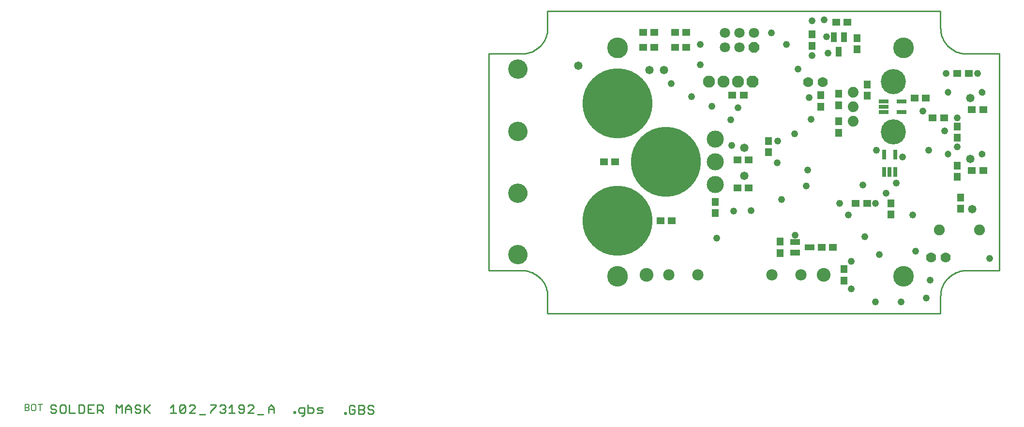
<source format=gbs>
G75*
%MOIN*%
%OFA0B0*%
%FSLAX24Y24*%
%IPPOS*%
%LPD*%
%AMOC8*
5,1,8,0,0,1.08239X$1,22.5*
%
%ADD10C,0.0000*%
%ADD11C,0.1330*%
%ADD12R,0.0474X0.0530*%
%ADD13OC8,0.0710*%
%ADD14C,0.0710*%
%ADD15R,0.0430X0.0680*%
%ADD16R,0.0530X0.0474*%
%ADD17C,0.0100*%
%ADD18C,0.1419*%
%ADD19C,0.0740*%
%ADD20C,0.1730*%
%ADD21R,0.0680X0.0430*%
%ADD22C,0.0950*%
%ADD23C,0.0474*%
%ADD24C,0.4830*%
%ADD25C,0.0700*%
%ADD26C,0.0110*%
%ADD27C,0.0080*%
%ADD28C,0.1180*%
%ADD29R,0.0671X0.0316*%
%ADD30R,0.0316X0.0671*%
%ADD31OC8,0.0830*%
%ADD32C,0.0830*%
%ADD33C,0.0580*%
%ADD34C,0.0749*%
%ADD35C,0.0480*%
%ADD36C,0.0780*%
D10*
X041535Y024050D02*
X041537Y024100D01*
X041543Y024149D01*
X041553Y024198D01*
X041566Y024245D01*
X041584Y024292D01*
X041605Y024337D01*
X041629Y024380D01*
X041657Y024421D01*
X041688Y024460D01*
X041722Y024496D01*
X041759Y024530D01*
X041799Y024560D01*
X041840Y024587D01*
X041884Y024611D01*
X041929Y024631D01*
X041976Y024647D01*
X042024Y024660D01*
X042073Y024669D01*
X042123Y024674D01*
X042172Y024675D01*
X042222Y024672D01*
X042271Y024665D01*
X042320Y024654D01*
X042367Y024640D01*
X042413Y024621D01*
X042458Y024599D01*
X042501Y024574D01*
X042541Y024545D01*
X042579Y024513D01*
X042615Y024479D01*
X042648Y024441D01*
X042677Y024401D01*
X042703Y024359D01*
X042726Y024315D01*
X042745Y024269D01*
X042761Y024222D01*
X042773Y024173D01*
X042781Y024124D01*
X042785Y024075D01*
X042785Y024025D01*
X042781Y023976D01*
X042773Y023927D01*
X042761Y023878D01*
X042745Y023831D01*
X042726Y023785D01*
X042703Y023741D01*
X042677Y023699D01*
X042648Y023659D01*
X042615Y023621D01*
X042579Y023587D01*
X042541Y023555D01*
X042501Y023526D01*
X042458Y023501D01*
X042413Y023479D01*
X042367Y023460D01*
X042320Y023446D01*
X042271Y023435D01*
X042222Y023428D01*
X042172Y023425D01*
X042123Y023426D01*
X042073Y023431D01*
X042024Y023440D01*
X041976Y023453D01*
X041929Y023469D01*
X041884Y023489D01*
X041840Y023513D01*
X041799Y023540D01*
X041759Y023570D01*
X041722Y023604D01*
X041688Y023640D01*
X041657Y023679D01*
X041629Y023720D01*
X041605Y023763D01*
X041584Y023808D01*
X041566Y023855D01*
X041553Y023902D01*
X041543Y023951D01*
X041537Y024000D01*
X041535Y024050D01*
X041535Y028300D02*
X041537Y028350D01*
X041543Y028399D01*
X041553Y028448D01*
X041566Y028495D01*
X041584Y028542D01*
X041605Y028587D01*
X041629Y028630D01*
X041657Y028671D01*
X041688Y028710D01*
X041722Y028746D01*
X041759Y028780D01*
X041799Y028810D01*
X041840Y028837D01*
X041884Y028861D01*
X041929Y028881D01*
X041976Y028897D01*
X042024Y028910D01*
X042073Y028919D01*
X042123Y028924D01*
X042172Y028925D01*
X042222Y028922D01*
X042271Y028915D01*
X042320Y028904D01*
X042367Y028890D01*
X042413Y028871D01*
X042458Y028849D01*
X042501Y028824D01*
X042541Y028795D01*
X042579Y028763D01*
X042615Y028729D01*
X042648Y028691D01*
X042677Y028651D01*
X042703Y028609D01*
X042726Y028565D01*
X042745Y028519D01*
X042761Y028472D01*
X042773Y028423D01*
X042781Y028374D01*
X042785Y028325D01*
X042785Y028275D01*
X042781Y028226D01*
X042773Y028177D01*
X042761Y028128D01*
X042745Y028081D01*
X042726Y028035D01*
X042703Y027991D01*
X042677Y027949D01*
X042648Y027909D01*
X042615Y027871D01*
X042579Y027837D01*
X042541Y027805D01*
X042501Y027776D01*
X042458Y027751D01*
X042413Y027729D01*
X042367Y027710D01*
X042320Y027696D01*
X042271Y027685D01*
X042222Y027678D01*
X042172Y027675D01*
X042123Y027676D01*
X042073Y027681D01*
X042024Y027690D01*
X041976Y027703D01*
X041929Y027719D01*
X041884Y027739D01*
X041840Y027763D01*
X041799Y027790D01*
X041759Y027820D01*
X041722Y027854D01*
X041688Y027890D01*
X041657Y027929D01*
X041629Y027970D01*
X041605Y028013D01*
X041584Y028058D01*
X041566Y028105D01*
X041553Y028152D01*
X041543Y028201D01*
X041537Y028250D01*
X041535Y028300D01*
X041535Y032550D02*
X041537Y032600D01*
X041543Y032649D01*
X041553Y032698D01*
X041566Y032745D01*
X041584Y032792D01*
X041605Y032837D01*
X041629Y032880D01*
X041657Y032921D01*
X041688Y032960D01*
X041722Y032996D01*
X041759Y033030D01*
X041799Y033060D01*
X041840Y033087D01*
X041884Y033111D01*
X041929Y033131D01*
X041976Y033147D01*
X042024Y033160D01*
X042073Y033169D01*
X042123Y033174D01*
X042172Y033175D01*
X042222Y033172D01*
X042271Y033165D01*
X042320Y033154D01*
X042367Y033140D01*
X042413Y033121D01*
X042458Y033099D01*
X042501Y033074D01*
X042541Y033045D01*
X042579Y033013D01*
X042615Y032979D01*
X042648Y032941D01*
X042677Y032901D01*
X042703Y032859D01*
X042726Y032815D01*
X042745Y032769D01*
X042761Y032722D01*
X042773Y032673D01*
X042781Y032624D01*
X042785Y032575D01*
X042785Y032525D01*
X042781Y032476D01*
X042773Y032427D01*
X042761Y032378D01*
X042745Y032331D01*
X042726Y032285D01*
X042703Y032241D01*
X042677Y032199D01*
X042648Y032159D01*
X042615Y032121D01*
X042579Y032087D01*
X042541Y032055D01*
X042501Y032026D01*
X042458Y032001D01*
X042413Y031979D01*
X042367Y031960D01*
X042320Y031946D01*
X042271Y031935D01*
X042222Y031928D01*
X042172Y031925D01*
X042123Y031926D01*
X042073Y031931D01*
X042024Y031940D01*
X041976Y031953D01*
X041929Y031969D01*
X041884Y031989D01*
X041840Y032013D01*
X041799Y032040D01*
X041759Y032070D01*
X041722Y032104D01*
X041688Y032140D01*
X041657Y032179D01*
X041629Y032220D01*
X041605Y032263D01*
X041584Y032308D01*
X041566Y032355D01*
X041553Y032402D01*
X041543Y032451D01*
X041537Y032500D01*
X041535Y032550D01*
X041535Y036850D02*
X041537Y036900D01*
X041543Y036949D01*
X041553Y036998D01*
X041566Y037045D01*
X041584Y037092D01*
X041605Y037137D01*
X041629Y037180D01*
X041657Y037221D01*
X041688Y037260D01*
X041722Y037296D01*
X041759Y037330D01*
X041799Y037360D01*
X041840Y037387D01*
X041884Y037411D01*
X041929Y037431D01*
X041976Y037447D01*
X042024Y037460D01*
X042073Y037469D01*
X042123Y037474D01*
X042172Y037475D01*
X042222Y037472D01*
X042271Y037465D01*
X042320Y037454D01*
X042367Y037440D01*
X042413Y037421D01*
X042458Y037399D01*
X042501Y037374D01*
X042541Y037345D01*
X042579Y037313D01*
X042615Y037279D01*
X042648Y037241D01*
X042677Y037201D01*
X042703Y037159D01*
X042726Y037115D01*
X042745Y037069D01*
X042761Y037022D01*
X042773Y036973D01*
X042781Y036924D01*
X042785Y036875D01*
X042785Y036825D01*
X042781Y036776D01*
X042773Y036727D01*
X042761Y036678D01*
X042745Y036631D01*
X042726Y036585D01*
X042703Y036541D01*
X042677Y036499D01*
X042648Y036459D01*
X042615Y036421D01*
X042579Y036387D01*
X042541Y036355D01*
X042501Y036326D01*
X042458Y036301D01*
X042413Y036279D01*
X042367Y036260D01*
X042320Y036246D01*
X042271Y036235D01*
X042222Y036228D01*
X042172Y036225D01*
X042123Y036226D01*
X042073Y036231D01*
X042024Y036240D01*
X041976Y036253D01*
X041929Y036269D01*
X041884Y036289D01*
X041840Y036313D01*
X041799Y036340D01*
X041759Y036370D01*
X041722Y036404D01*
X041688Y036440D01*
X041657Y036479D01*
X041629Y036520D01*
X041605Y036563D01*
X041584Y036608D01*
X041566Y036655D01*
X041553Y036702D01*
X041543Y036751D01*
X041537Y036800D01*
X041535Y036850D01*
X048349Y038307D02*
X048351Y038358D01*
X048357Y038409D01*
X048367Y038459D01*
X048380Y038509D01*
X048398Y038557D01*
X048418Y038604D01*
X048443Y038649D01*
X048471Y038692D01*
X048502Y038733D01*
X048536Y038771D01*
X048573Y038806D01*
X048612Y038839D01*
X048654Y038869D01*
X048698Y038895D01*
X048744Y038917D01*
X048792Y038937D01*
X048841Y038952D01*
X048891Y038964D01*
X048941Y038972D01*
X048992Y038976D01*
X049044Y038976D01*
X049095Y038972D01*
X049145Y038964D01*
X049195Y038952D01*
X049244Y038937D01*
X049292Y038917D01*
X049338Y038895D01*
X049382Y038869D01*
X049424Y038839D01*
X049463Y038806D01*
X049500Y038771D01*
X049534Y038733D01*
X049565Y038692D01*
X049593Y038649D01*
X049618Y038604D01*
X049638Y038557D01*
X049656Y038509D01*
X049669Y038459D01*
X049679Y038409D01*
X049685Y038358D01*
X049687Y038307D01*
X049685Y038256D01*
X049679Y038205D01*
X049669Y038155D01*
X049656Y038105D01*
X049638Y038057D01*
X049618Y038010D01*
X049593Y037965D01*
X049565Y037922D01*
X049534Y037881D01*
X049500Y037843D01*
X049463Y037808D01*
X049424Y037775D01*
X049382Y037745D01*
X049338Y037719D01*
X049292Y037697D01*
X049244Y037677D01*
X049195Y037662D01*
X049145Y037650D01*
X049095Y037642D01*
X049044Y037638D01*
X048992Y037638D01*
X048941Y037642D01*
X048891Y037650D01*
X048841Y037662D01*
X048792Y037677D01*
X048744Y037697D01*
X048698Y037719D01*
X048654Y037745D01*
X048612Y037775D01*
X048573Y037808D01*
X048536Y037843D01*
X048502Y037881D01*
X048471Y037922D01*
X048443Y037965D01*
X048418Y038010D01*
X048398Y038057D01*
X048380Y038105D01*
X048367Y038155D01*
X048357Y038205D01*
X048351Y038256D01*
X048349Y038307D01*
X068034Y038307D02*
X068036Y038358D01*
X068042Y038409D01*
X068052Y038459D01*
X068065Y038509D01*
X068083Y038557D01*
X068103Y038604D01*
X068128Y038649D01*
X068156Y038692D01*
X068187Y038733D01*
X068221Y038771D01*
X068258Y038806D01*
X068297Y038839D01*
X068339Y038869D01*
X068383Y038895D01*
X068429Y038917D01*
X068477Y038937D01*
X068526Y038952D01*
X068576Y038964D01*
X068626Y038972D01*
X068677Y038976D01*
X068729Y038976D01*
X068780Y038972D01*
X068830Y038964D01*
X068880Y038952D01*
X068929Y038937D01*
X068977Y038917D01*
X069023Y038895D01*
X069067Y038869D01*
X069109Y038839D01*
X069148Y038806D01*
X069185Y038771D01*
X069219Y038733D01*
X069250Y038692D01*
X069278Y038649D01*
X069303Y038604D01*
X069323Y038557D01*
X069341Y038509D01*
X069354Y038459D01*
X069364Y038409D01*
X069370Y038358D01*
X069372Y038307D01*
X069370Y038256D01*
X069364Y038205D01*
X069354Y038155D01*
X069341Y038105D01*
X069323Y038057D01*
X069303Y038010D01*
X069278Y037965D01*
X069250Y037922D01*
X069219Y037881D01*
X069185Y037843D01*
X069148Y037808D01*
X069109Y037775D01*
X069067Y037745D01*
X069023Y037719D01*
X068977Y037697D01*
X068929Y037677D01*
X068880Y037662D01*
X068830Y037650D01*
X068780Y037642D01*
X068729Y037638D01*
X068677Y037638D01*
X068626Y037642D01*
X068576Y037650D01*
X068526Y037662D01*
X068477Y037677D01*
X068429Y037697D01*
X068383Y037719D01*
X068339Y037745D01*
X068297Y037775D01*
X068258Y037808D01*
X068221Y037843D01*
X068187Y037881D01*
X068156Y037922D01*
X068128Y037965D01*
X068103Y038010D01*
X068083Y038057D01*
X068065Y038105D01*
X068052Y038155D01*
X068042Y038205D01*
X068036Y038256D01*
X068034Y038307D01*
X071570Y035250D02*
X071572Y035277D01*
X071578Y035304D01*
X071587Y035330D01*
X071600Y035354D01*
X071616Y035377D01*
X071635Y035396D01*
X071657Y035413D01*
X071681Y035427D01*
X071706Y035437D01*
X071733Y035444D01*
X071760Y035447D01*
X071788Y035446D01*
X071815Y035441D01*
X071841Y035433D01*
X071865Y035421D01*
X071888Y035405D01*
X071909Y035387D01*
X071926Y035366D01*
X071941Y035342D01*
X071952Y035317D01*
X071960Y035291D01*
X071964Y035264D01*
X071964Y035236D01*
X071960Y035209D01*
X071952Y035183D01*
X071941Y035158D01*
X071926Y035134D01*
X071909Y035113D01*
X071888Y035095D01*
X071866Y035079D01*
X071841Y035067D01*
X071815Y035059D01*
X071788Y035054D01*
X071760Y035053D01*
X071733Y035056D01*
X071706Y035063D01*
X071681Y035073D01*
X071657Y035087D01*
X071635Y035104D01*
X071616Y035123D01*
X071600Y035146D01*
X071587Y035170D01*
X071578Y035196D01*
X071572Y035223D01*
X071570Y035250D01*
X073932Y035250D02*
X073934Y035277D01*
X073940Y035304D01*
X073949Y035330D01*
X073962Y035354D01*
X073978Y035377D01*
X073997Y035396D01*
X074019Y035413D01*
X074043Y035427D01*
X074068Y035437D01*
X074095Y035444D01*
X074122Y035447D01*
X074150Y035446D01*
X074177Y035441D01*
X074203Y035433D01*
X074227Y035421D01*
X074250Y035405D01*
X074271Y035387D01*
X074288Y035366D01*
X074303Y035342D01*
X074314Y035317D01*
X074322Y035291D01*
X074326Y035264D01*
X074326Y035236D01*
X074322Y035209D01*
X074314Y035183D01*
X074303Y035158D01*
X074288Y035134D01*
X074271Y035113D01*
X074250Y035095D01*
X074228Y035079D01*
X074203Y035067D01*
X074177Y035059D01*
X074150Y035054D01*
X074122Y035053D01*
X074095Y035056D01*
X074068Y035063D01*
X074043Y035073D01*
X074019Y035087D01*
X073997Y035104D01*
X073978Y035123D01*
X073962Y035146D01*
X073949Y035170D01*
X073940Y035196D01*
X073934Y035223D01*
X073932Y035250D01*
X073932Y031000D02*
X073934Y031027D01*
X073940Y031054D01*
X073949Y031080D01*
X073962Y031104D01*
X073978Y031127D01*
X073997Y031146D01*
X074019Y031163D01*
X074043Y031177D01*
X074068Y031187D01*
X074095Y031194D01*
X074122Y031197D01*
X074150Y031196D01*
X074177Y031191D01*
X074203Y031183D01*
X074227Y031171D01*
X074250Y031155D01*
X074271Y031137D01*
X074288Y031116D01*
X074303Y031092D01*
X074314Y031067D01*
X074322Y031041D01*
X074326Y031014D01*
X074326Y030986D01*
X074322Y030959D01*
X074314Y030933D01*
X074303Y030908D01*
X074288Y030884D01*
X074271Y030863D01*
X074250Y030845D01*
X074228Y030829D01*
X074203Y030817D01*
X074177Y030809D01*
X074150Y030804D01*
X074122Y030803D01*
X074095Y030806D01*
X074068Y030813D01*
X074043Y030823D01*
X074019Y030837D01*
X073997Y030854D01*
X073978Y030873D01*
X073962Y030896D01*
X073949Y030920D01*
X073940Y030946D01*
X073934Y030973D01*
X073932Y031000D01*
X071570Y031000D02*
X071572Y031027D01*
X071578Y031054D01*
X071587Y031080D01*
X071600Y031104D01*
X071616Y031127D01*
X071635Y031146D01*
X071657Y031163D01*
X071681Y031177D01*
X071706Y031187D01*
X071733Y031194D01*
X071760Y031197D01*
X071788Y031196D01*
X071815Y031191D01*
X071841Y031183D01*
X071865Y031171D01*
X071888Y031155D01*
X071909Y031137D01*
X071926Y031116D01*
X071941Y031092D01*
X071952Y031067D01*
X071960Y031041D01*
X071964Y031014D01*
X071964Y030986D01*
X071960Y030959D01*
X071952Y030933D01*
X071941Y030908D01*
X071926Y030884D01*
X071909Y030863D01*
X071888Y030845D01*
X071866Y030829D01*
X071841Y030817D01*
X071815Y030809D01*
X071788Y030804D01*
X071760Y030803D01*
X071733Y030806D01*
X071706Y030813D01*
X071681Y030823D01*
X071657Y030837D01*
X071635Y030854D01*
X071616Y030873D01*
X071600Y030896D01*
X071587Y030920D01*
X071578Y030946D01*
X071572Y030973D01*
X071570Y031000D01*
X070841Y025750D02*
X070843Y025786D01*
X070849Y025822D01*
X070859Y025857D01*
X070872Y025891D01*
X070889Y025923D01*
X070909Y025953D01*
X070933Y025980D01*
X070959Y026005D01*
X070988Y026027D01*
X071019Y026046D01*
X071052Y026061D01*
X071086Y026073D01*
X071122Y026081D01*
X071158Y026085D01*
X071194Y026085D01*
X071230Y026081D01*
X071266Y026073D01*
X071300Y026061D01*
X071333Y026046D01*
X071364Y026027D01*
X071393Y026005D01*
X071419Y025980D01*
X071443Y025953D01*
X071463Y025923D01*
X071480Y025891D01*
X071493Y025857D01*
X071503Y025822D01*
X071509Y025786D01*
X071511Y025750D01*
X071509Y025714D01*
X071503Y025678D01*
X071493Y025643D01*
X071480Y025609D01*
X071463Y025577D01*
X071443Y025547D01*
X071419Y025520D01*
X071393Y025495D01*
X071364Y025473D01*
X071333Y025454D01*
X071300Y025439D01*
X071266Y025427D01*
X071230Y025419D01*
X071194Y025415D01*
X071158Y025415D01*
X071122Y025419D01*
X071086Y025427D01*
X071052Y025439D01*
X071019Y025454D01*
X070988Y025473D01*
X070959Y025495D01*
X070933Y025520D01*
X070909Y025547D01*
X070889Y025577D01*
X070872Y025609D01*
X070859Y025643D01*
X070849Y025678D01*
X070843Y025714D01*
X070841Y025750D01*
X073597Y025750D02*
X073599Y025786D01*
X073605Y025822D01*
X073615Y025857D01*
X073628Y025891D01*
X073645Y025923D01*
X073665Y025953D01*
X073689Y025980D01*
X073715Y026005D01*
X073744Y026027D01*
X073775Y026046D01*
X073808Y026061D01*
X073842Y026073D01*
X073878Y026081D01*
X073914Y026085D01*
X073950Y026085D01*
X073986Y026081D01*
X074022Y026073D01*
X074056Y026061D01*
X074089Y026046D01*
X074120Y026027D01*
X074149Y026005D01*
X074175Y025980D01*
X074199Y025953D01*
X074219Y025923D01*
X074236Y025891D01*
X074249Y025857D01*
X074259Y025822D01*
X074265Y025786D01*
X074267Y025750D01*
X074265Y025714D01*
X074259Y025678D01*
X074249Y025643D01*
X074236Y025609D01*
X074219Y025577D01*
X074199Y025547D01*
X074175Y025520D01*
X074149Y025495D01*
X074120Y025473D01*
X074089Y025454D01*
X074056Y025439D01*
X074022Y025427D01*
X073986Y025419D01*
X073950Y025415D01*
X073914Y025415D01*
X073878Y025419D01*
X073842Y025427D01*
X073808Y025439D01*
X073775Y025454D01*
X073744Y025473D01*
X073715Y025495D01*
X073689Y025520D01*
X073665Y025547D01*
X073645Y025577D01*
X073628Y025609D01*
X073615Y025643D01*
X073605Y025678D01*
X073599Y025714D01*
X073597Y025750D01*
X068034Y022559D02*
X068036Y022610D01*
X068042Y022661D01*
X068052Y022711D01*
X068065Y022761D01*
X068083Y022809D01*
X068103Y022856D01*
X068128Y022901D01*
X068156Y022944D01*
X068187Y022985D01*
X068221Y023023D01*
X068258Y023058D01*
X068297Y023091D01*
X068339Y023121D01*
X068383Y023147D01*
X068429Y023169D01*
X068477Y023189D01*
X068526Y023204D01*
X068576Y023216D01*
X068626Y023224D01*
X068677Y023228D01*
X068729Y023228D01*
X068780Y023224D01*
X068830Y023216D01*
X068880Y023204D01*
X068929Y023189D01*
X068977Y023169D01*
X069023Y023147D01*
X069067Y023121D01*
X069109Y023091D01*
X069148Y023058D01*
X069185Y023023D01*
X069219Y022985D01*
X069250Y022944D01*
X069278Y022901D01*
X069303Y022856D01*
X069323Y022809D01*
X069341Y022761D01*
X069354Y022711D01*
X069364Y022661D01*
X069370Y022610D01*
X069372Y022559D01*
X069370Y022508D01*
X069364Y022457D01*
X069354Y022407D01*
X069341Y022357D01*
X069323Y022309D01*
X069303Y022262D01*
X069278Y022217D01*
X069250Y022174D01*
X069219Y022133D01*
X069185Y022095D01*
X069148Y022060D01*
X069109Y022027D01*
X069067Y021997D01*
X069023Y021971D01*
X068977Y021949D01*
X068929Y021929D01*
X068880Y021914D01*
X068830Y021902D01*
X068780Y021894D01*
X068729Y021890D01*
X068677Y021890D01*
X068626Y021894D01*
X068576Y021902D01*
X068526Y021914D01*
X068477Y021929D01*
X068429Y021949D01*
X068383Y021971D01*
X068339Y021997D01*
X068297Y022027D01*
X068258Y022060D01*
X068221Y022095D01*
X068187Y022133D01*
X068156Y022174D01*
X068128Y022217D01*
X068103Y022262D01*
X068083Y022309D01*
X068065Y022357D01*
X068052Y022407D01*
X068042Y022457D01*
X068036Y022508D01*
X068034Y022559D01*
X048349Y022559D02*
X048351Y022610D01*
X048357Y022661D01*
X048367Y022711D01*
X048380Y022761D01*
X048398Y022809D01*
X048418Y022856D01*
X048443Y022901D01*
X048471Y022944D01*
X048502Y022985D01*
X048536Y023023D01*
X048573Y023058D01*
X048612Y023091D01*
X048654Y023121D01*
X048698Y023147D01*
X048744Y023169D01*
X048792Y023189D01*
X048841Y023204D01*
X048891Y023216D01*
X048941Y023224D01*
X048992Y023228D01*
X049044Y023228D01*
X049095Y023224D01*
X049145Y023216D01*
X049195Y023204D01*
X049244Y023189D01*
X049292Y023169D01*
X049338Y023147D01*
X049382Y023121D01*
X049424Y023091D01*
X049463Y023058D01*
X049500Y023023D01*
X049534Y022985D01*
X049565Y022944D01*
X049593Y022901D01*
X049618Y022856D01*
X049638Y022809D01*
X049656Y022761D01*
X049669Y022711D01*
X049679Y022661D01*
X049685Y022610D01*
X049687Y022559D01*
X049685Y022508D01*
X049679Y022457D01*
X049669Y022407D01*
X049656Y022357D01*
X049638Y022309D01*
X049618Y022262D01*
X049593Y022217D01*
X049565Y022174D01*
X049534Y022133D01*
X049500Y022095D01*
X049463Y022060D01*
X049424Y022027D01*
X049382Y021997D01*
X049338Y021971D01*
X049292Y021949D01*
X049244Y021929D01*
X049195Y021914D01*
X049145Y021902D01*
X049095Y021894D01*
X049044Y021890D01*
X048992Y021890D01*
X048941Y021894D01*
X048891Y021902D01*
X048841Y021914D01*
X048792Y021929D01*
X048744Y021949D01*
X048698Y021971D01*
X048654Y021997D01*
X048612Y022027D01*
X048573Y022060D01*
X048536Y022095D01*
X048502Y022133D01*
X048471Y022174D01*
X048443Y022217D01*
X048418Y022262D01*
X048398Y022309D01*
X048380Y022357D01*
X048367Y022407D01*
X048357Y022457D01*
X048351Y022508D01*
X048349Y022559D01*
D11*
X042160Y024050D03*
X042160Y028300D03*
X042160Y032550D03*
X042160Y036850D03*
D12*
X055760Y027695D03*
X055760Y026905D03*
X060210Y024945D03*
X060210Y024155D03*
X064610Y023045D03*
X064610Y022255D03*
X067860Y026805D03*
X067860Y027595D03*
X072660Y027205D03*
X072660Y027995D03*
X072410Y029405D03*
X072410Y030195D03*
X072410Y032105D03*
X072410Y032895D03*
X066210Y035005D03*
X066210Y035795D03*
X064260Y035145D03*
X064260Y034355D03*
X064260Y033245D03*
X064260Y032455D03*
X063010Y034255D03*
X063010Y035045D03*
X062410Y038455D03*
X062410Y039245D03*
X065510Y038995D03*
X065510Y038205D03*
X059410Y031895D03*
X059410Y031105D03*
D13*
X058410Y038350D03*
D14*
X057410Y038350D03*
X056410Y038350D03*
X056410Y039350D03*
X057410Y039350D03*
X058410Y039350D03*
D15*
X063900Y039050D03*
X064620Y039050D03*
X064260Y038050D03*
D16*
X064065Y040100D03*
X064855Y040100D03*
X057705Y035050D03*
X056915Y035050D03*
X053755Y038350D03*
X052965Y038350D03*
X051555Y038350D03*
X050765Y038350D03*
X050765Y039400D03*
X051555Y039400D03*
X052965Y039400D03*
X053755Y039400D03*
X057265Y030600D03*
X058055Y030600D03*
X058055Y028650D03*
X057265Y028650D03*
X052755Y026400D03*
X051965Y026400D03*
X048855Y030450D03*
X048065Y030450D03*
X063065Y024550D03*
X063855Y024550D03*
X065415Y027600D03*
X066205Y027600D03*
X073415Y029850D03*
X074205Y029850D03*
X071505Y033500D03*
X070715Y033500D03*
X070255Y034850D03*
X069465Y034850D03*
X072415Y036550D03*
X073205Y036550D03*
X073415Y034050D03*
X074205Y034050D03*
D17*
X075298Y037913D02*
X073034Y037913D01*
X072952Y037915D01*
X072871Y037921D01*
X072789Y037930D01*
X072708Y037943D01*
X072628Y037960D01*
X072549Y037981D01*
X072471Y038005D01*
X072394Y038033D01*
X072318Y038064D01*
X072244Y038099D01*
X072172Y038137D01*
X072101Y038178D01*
X072033Y038223D01*
X071966Y038271D01*
X071902Y038322D01*
X071840Y038375D01*
X071781Y038432D01*
X071724Y038491D01*
X071671Y038553D01*
X071620Y038617D01*
X071572Y038684D01*
X071527Y038752D01*
X071486Y038823D01*
X071448Y038895D01*
X071413Y038969D01*
X071382Y039045D01*
X071354Y039122D01*
X071330Y039200D01*
X071309Y039279D01*
X071292Y039359D01*
X071279Y039440D01*
X071270Y039522D01*
X071264Y039603D01*
X071262Y039685D01*
X071262Y040866D01*
X044195Y040866D01*
X044195Y039685D01*
X044196Y039685D02*
X044194Y039603D01*
X044188Y039522D01*
X044179Y039440D01*
X044166Y039359D01*
X044149Y039279D01*
X044128Y039200D01*
X044104Y039122D01*
X044076Y039045D01*
X044045Y038969D01*
X044010Y038895D01*
X043972Y038823D01*
X043931Y038752D01*
X043886Y038684D01*
X043838Y038617D01*
X043787Y038553D01*
X043734Y038491D01*
X043677Y038432D01*
X043618Y038375D01*
X043556Y038322D01*
X043492Y038271D01*
X043425Y038223D01*
X043357Y038178D01*
X043286Y038137D01*
X043214Y038099D01*
X043140Y038064D01*
X043064Y038033D01*
X042987Y038005D01*
X042909Y037981D01*
X042830Y037960D01*
X042750Y037943D01*
X042669Y037930D01*
X042587Y037921D01*
X042506Y037915D01*
X042424Y037913D01*
X040160Y037913D01*
X040160Y022953D01*
X042424Y022953D01*
X042506Y022951D01*
X042587Y022945D01*
X042669Y022936D01*
X042750Y022923D01*
X042830Y022906D01*
X042909Y022885D01*
X042987Y022861D01*
X043064Y022833D01*
X043140Y022802D01*
X043214Y022767D01*
X043286Y022729D01*
X043357Y022688D01*
X043425Y022643D01*
X043492Y022595D01*
X043556Y022544D01*
X043618Y022491D01*
X043677Y022434D01*
X043734Y022375D01*
X043787Y022313D01*
X043838Y022249D01*
X043886Y022182D01*
X043931Y022114D01*
X043972Y022043D01*
X044010Y021971D01*
X044045Y021897D01*
X044076Y021821D01*
X044104Y021744D01*
X044128Y021666D01*
X044149Y021587D01*
X044166Y021507D01*
X044179Y021426D01*
X044188Y021344D01*
X044194Y021263D01*
X044196Y021181D01*
X044195Y021181D02*
X044195Y020000D01*
X071262Y020000D01*
X071262Y021181D01*
X071264Y021263D01*
X071270Y021344D01*
X071279Y021426D01*
X071292Y021507D01*
X071309Y021587D01*
X071330Y021666D01*
X071354Y021744D01*
X071382Y021821D01*
X071413Y021897D01*
X071448Y021971D01*
X071486Y022043D01*
X071527Y022114D01*
X071572Y022182D01*
X071620Y022249D01*
X071671Y022313D01*
X071724Y022375D01*
X071781Y022434D01*
X071840Y022491D01*
X071902Y022544D01*
X071966Y022595D01*
X072033Y022643D01*
X072101Y022688D01*
X072172Y022729D01*
X072244Y022767D01*
X072318Y022802D01*
X072394Y022833D01*
X072471Y022861D01*
X072549Y022885D01*
X072628Y022906D01*
X072708Y022923D01*
X072789Y022936D01*
X072871Y022945D01*
X072952Y022951D01*
X073034Y022953D01*
X075298Y022953D01*
X075298Y037913D01*
D18*
X068703Y038307D03*
X049018Y038307D03*
X049018Y022559D03*
X068703Y022559D03*
D19*
X065250Y033265D03*
X065250Y034250D03*
X065250Y035235D03*
D20*
X068010Y035980D03*
X068010Y032520D03*
D21*
X061260Y024910D03*
X061260Y024190D03*
X062260Y024550D03*
D22*
X063210Y022650D03*
X051010Y022650D03*
D23*
X071767Y031000D03*
X074129Y031000D03*
X074129Y035250D03*
X071767Y035250D03*
D24*
X052360Y030450D03*
X049010Y026400D03*
X049010Y034500D03*
D25*
X062160Y035950D03*
X063160Y035950D03*
X070610Y023850D03*
X071610Y023850D03*
D26*
X010063Y013105D02*
X009965Y013203D01*
X010063Y013105D02*
X010260Y013105D01*
X010359Y013203D01*
X010359Y013302D01*
X010260Y013400D01*
X010063Y013400D01*
X009965Y013499D01*
X009965Y013597D01*
X010063Y013696D01*
X010260Y013696D01*
X010359Y013597D01*
X010610Y013597D02*
X010610Y013203D01*
X010708Y013105D01*
X010905Y013105D01*
X011003Y013203D01*
X011003Y013597D01*
X010905Y013696D01*
X010708Y013696D01*
X010610Y013597D01*
X011254Y013696D02*
X011254Y013105D01*
X011648Y013105D01*
X011899Y013105D02*
X011899Y013696D01*
X012194Y013696D01*
X012292Y013597D01*
X012292Y013203D01*
X012194Y013105D01*
X011899Y013105D01*
X012543Y013105D02*
X012937Y013105D01*
X013188Y013105D02*
X013188Y013696D01*
X013483Y013696D01*
X013581Y013597D01*
X013581Y013400D01*
X013483Y013302D01*
X013188Y013302D01*
X013385Y013302D02*
X013581Y013105D01*
X012937Y013696D02*
X012543Y013696D01*
X012543Y013105D01*
X012543Y013400D02*
X012740Y013400D01*
X014477Y013105D02*
X014477Y013696D01*
X014674Y013499D01*
X014871Y013696D01*
X014871Y013105D01*
X015121Y013105D02*
X015121Y013499D01*
X015318Y013696D01*
X015515Y013499D01*
X015515Y013105D01*
X015766Y013203D02*
X015864Y013105D01*
X016061Y013105D01*
X016160Y013203D01*
X016160Y013302D01*
X016061Y013400D01*
X015864Y013400D01*
X015766Y013499D01*
X015766Y013597D01*
X015864Y013696D01*
X016061Y013696D01*
X016160Y013597D01*
X016410Y013696D02*
X016410Y013105D01*
X016410Y013302D02*
X016804Y013696D01*
X016509Y013400D02*
X016804Y013105D01*
X015515Y013400D02*
X015121Y013400D01*
X018215Y013499D02*
X018412Y013696D01*
X018412Y013105D01*
X018215Y013105D02*
X018609Y013105D01*
X018860Y013203D02*
X019253Y013597D01*
X019253Y013203D01*
X019155Y013105D01*
X018958Y013105D01*
X018860Y013203D01*
X018860Y013597D01*
X018958Y013696D01*
X019155Y013696D01*
X019253Y013597D01*
X019504Y013597D02*
X019603Y013696D01*
X019799Y013696D01*
X019898Y013597D01*
X019898Y013499D01*
X019504Y013105D01*
X019898Y013105D01*
X020215Y013007D02*
X020609Y013007D01*
X020965Y013105D02*
X020965Y013203D01*
X021359Y013597D01*
X021359Y013696D01*
X020965Y013696D01*
X021610Y013597D02*
X021708Y013696D01*
X021905Y013696D01*
X022003Y013597D01*
X022003Y013499D01*
X021905Y013400D01*
X022003Y013302D01*
X022003Y013203D01*
X021905Y013105D01*
X021708Y013105D01*
X021610Y013203D01*
X021806Y013400D02*
X021905Y013400D01*
X022254Y013499D02*
X022451Y013696D01*
X022451Y013105D01*
X022254Y013105D02*
X022648Y013105D01*
X022899Y013203D02*
X022997Y013105D01*
X023194Y013105D01*
X023292Y013203D01*
X023292Y013597D01*
X023194Y013696D01*
X022997Y013696D01*
X022899Y013597D01*
X022899Y013499D01*
X022997Y013400D01*
X023292Y013400D01*
X023543Y013597D02*
X023642Y013696D01*
X023838Y013696D01*
X023937Y013597D01*
X023937Y013499D01*
X023543Y013105D01*
X023937Y013105D01*
X024215Y013007D02*
X024609Y013007D01*
X024965Y013105D02*
X024965Y013499D01*
X025162Y013696D01*
X025359Y013499D01*
X025359Y013105D01*
X025359Y013400D02*
X024965Y013400D01*
X026715Y013203D02*
X026813Y013203D01*
X026813Y013105D01*
X026715Y013105D01*
X026715Y013203D01*
X027037Y013203D02*
X027136Y013105D01*
X027431Y013105D01*
X027431Y013007D02*
X027431Y013499D01*
X027136Y013499D01*
X027037Y013400D01*
X027037Y013203D01*
X027234Y012908D02*
X027333Y012908D01*
X027431Y013007D01*
X027682Y013105D02*
X027977Y013105D01*
X028075Y013203D01*
X028075Y013400D01*
X027977Y013499D01*
X027682Y013499D01*
X027682Y013696D02*
X027682Y013105D01*
X028326Y013105D02*
X028622Y013105D01*
X028720Y013203D01*
X028622Y013302D01*
X028425Y013302D01*
X028326Y013400D01*
X028425Y013499D01*
X028720Y013499D01*
X030209Y013153D02*
X030307Y013153D01*
X030307Y013055D01*
X030209Y013055D01*
X030209Y013153D01*
X030531Y013153D02*
X030630Y013055D01*
X030827Y013055D01*
X030925Y013153D01*
X030925Y013350D01*
X030728Y013350D01*
X030531Y013547D02*
X030531Y013153D01*
X030531Y013547D02*
X030630Y013646D01*
X030827Y013646D01*
X030925Y013547D01*
X031176Y013646D02*
X031471Y013646D01*
X031570Y013547D01*
X031570Y013449D01*
X031471Y013350D01*
X031176Y013350D01*
X031176Y013055D02*
X031176Y013646D01*
X031471Y013350D02*
X031570Y013252D01*
X031570Y013153D01*
X031471Y013055D01*
X031176Y013055D01*
X031820Y013153D02*
X031919Y013055D01*
X032116Y013055D01*
X032214Y013153D01*
X032214Y013252D01*
X032116Y013350D01*
X031919Y013350D01*
X031820Y013449D01*
X031820Y013547D01*
X031919Y013646D01*
X032116Y013646D01*
X032214Y013547D01*
D27*
X009401Y013710D02*
X009121Y013710D01*
X009261Y013710D02*
X009261Y013290D01*
X008941Y013360D02*
X008941Y013640D01*
X008871Y013710D01*
X008730Y013710D01*
X008660Y013640D01*
X008660Y013360D01*
X008730Y013290D01*
X008871Y013290D01*
X008941Y013360D01*
X008480Y013360D02*
X008410Y013290D01*
X008200Y013290D01*
X008200Y013710D01*
X008410Y013710D01*
X008480Y013640D01*
X008480Y013570D01*
X008410Y013500D01*
X008200Y013500D01*
X008410Y013500D02*
X008480Y013430D01*
X008480Y013360D01*
D28*
X055760Y028900D03*
X055760Y030460D03*
X055760Y032020D03*
D29*
X067353Y033876D03*
X067353Y034250D03*
X067348Y034624D03*
X068567Y034624D03*
X068567Y033876D03*
D30*
X068134Y030957D03*
X067386Y030957D03*
X067386Y029738D03*
X067760Y029743D03*
X068134Y029743D03*
D31*
X058310Y036000D03*
D32*
X057310Y036000D03*
X056310Y036000D03*
X055310Y036000D03*
D33*
X052210Y036800D03*
X051210Y036800D03*
X046310Y037100D03*
X057760Y031411D03*
X057760Y029489D03*
X073310Y030650D03*
X073460Y027200D03*
X073310Y034850D03*
D34*
X073932Y025750D03*
X071176Y025750D03*
D35*
X069360Y026800D03*
X067510Y028300D03*
X068210Y029000D03*
X068660Y030800D03*
X066860Y031250D03*
X065910Y028850D03*
X066790Y027600D03*
X064901Y026800D03*
X064310Y027600D03*
X062010Y028800D03*
X062110Y029900D03*
X060010Y030400D03*
X060060Y031900D03*
X061210Y032400D03*
X062360Y033400D03*
X062210Y034900D03*
X061460Y036850D03*
X062410Y037800D03*
X063510Y037950D03*
X063410Y039100D03*
X063260Y040250D03*
X062410Y040200D03*
X060660Y038550D03*
X059610Y039350D03*
X054710Y038550D03*
X054710Y037150D03*
X052710Y035850D03*
X054110Y034950D03*
X055510Y034300D03*
X056810Y033350D03*
X057310Y034200D03*
X056890Y031600D03*
X060310Y027850D03*
X058210Y027100D03*
X057010Y027050D03*
X055860Y025200D03*
X061240Y025400D03*
X065110Y023600D03*
X067040Y024050D03*
X069540Y024300D03*
X070540Y022300D03*
X070290Y021050D03*
X068540Y020800D03*
X066790Y020800D03*
X065110Y021700D03*
X066040Y025300D03*
X070460Y031250D03*
X072410Y031500D03*
X071560Y032600D03*
X072410Y033500D03*
X070060Y033950D03*
X071660Y036550D03*
X073810Y036550D03*
X074640Y023800D03*
D36*
X061660Y022650D03*
X059660Y022650D03*
X054560Y022650D03*
X052560Y022650D03*
M02*

</source>
